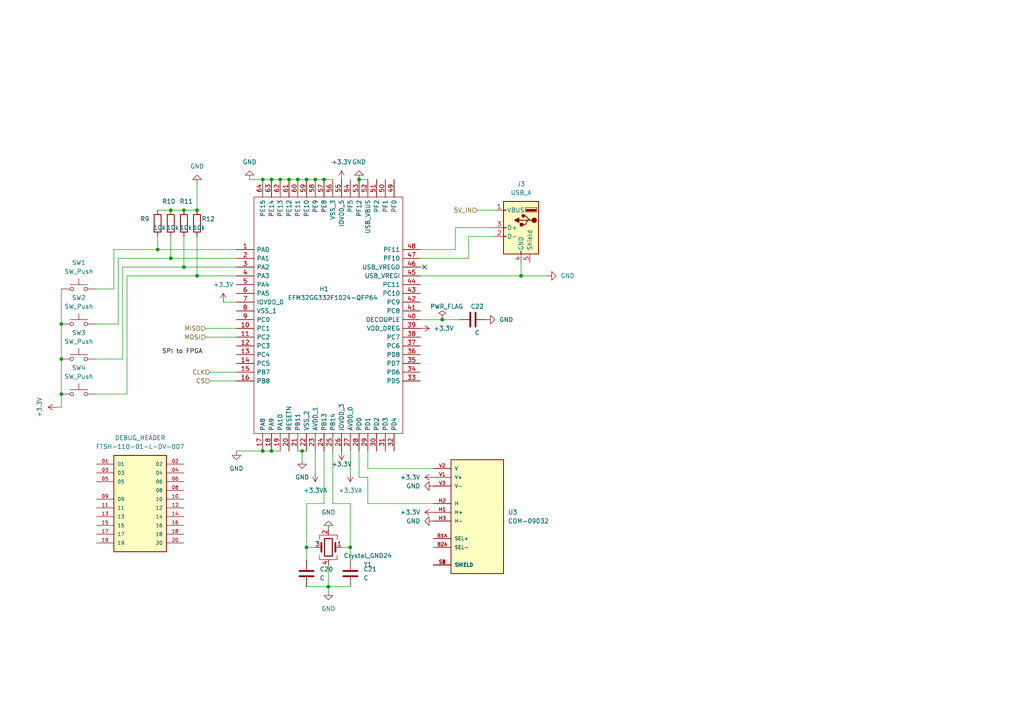
<source format=kicad_sch>
(kicad_sch (version 20230121) (generator eeschema)
  (paper "A4")
  (lib_symbols
    (symbol "COM-09032:COM-09032" (pin_names (offset 1.016))
      (property "Reference" "U" (at -7.62 16.002 0))
      (property "Value" "COM-09032" (at -7.62 -20.32 0))
      (symbol "COM-09032_0_0"
        (rectangle (start -7.62 -17.78) (end 7.62 15.24) (stroke (width 0.254)) (fill (type background)))
        (pin passive line (at -12.7 -7.62 0) (length 5.08) (name "SEL+") (number "B1A"))
        (pin passive line (at -12.7 -10.16 0) (length 5.08) (name "SEL-") (number "B2A"))
        (pin passive line (at -12.7 0 0) (length 5.08) (name "H+") (number "H1"))
        (pin passive line (at -12.7 2.54 0) (length 5.08) (name "H") (number "H2"))
        (pin passive line (at -12.7 -2.54 0) (length 5.08) (name "H-") (number "H3"))
        (pin passive line (at -12.7 -15.24 0) (length 5.08) (name "SHIELD") (number "S1"))
        (pin passive line (at -12.7 -15.24 0) (length 5.08) (name "SHIELD") (number "S2"))
        (pin passive line (at -12.7 -15.24 0) (length 5.08) (name "SHIELD") (number "S3"))
        (pin passive line (at -12.7 -15.24 0) (length 5.08) (name "SHIELD") (number "S4"))
        (pin passive line (at -12.7 10.16 0) (length 5.08) (name "V+") (number "V1"))
        (pin passive line (at -12.7 12.7 0) (length 5.08) (name "V") (number "V2"))
        (pin passive line (at -12.7 7.62 0) (length 5.08) (name "V-") (number "V3"))
      )
    )
    (symbol "Connector:USB_A" (pin_names (offset 1.016))
      (property "Reference" "J" (at -5.08 11.43 0))
      (property "Value" "USB_A" (at -5.08 8.89 0))
      (symbol "USB_A_0_1"
        (rectangle (start -5.08 -7.62) (end 5.08 7.62) (stroke (width 0.254)) (fill (type background)))
        (circle (center -3.81 2.159) (radius 0.635) (stroke (width 0.254)) (fill (type outline)))
        (rectangle (start -1.524 4.826) (end -4.318 5.334) (fill (type outline)))
        (rectangle (start -1.27 4.572) (end -4.572 5.842))
        (circle (center -0.635 3.429) (radius 0.381) (stroke (width 0.254)) (fill (type outline)))
        (rectangle (start -0.127 -7.62) (end 0.127 -6.858))
        (polyline (pts (xy -3.175 2.159) (xy -2.54 2.159) (xy -1.27 3.429) (xy -0.635 3.429)) (stroke (width 0.254)))
        (polyline (pts (xy -2.54 2.159) (xy -1.905 2.159) (xy -1.27 0.889) (xy 0 0.889)) (stroke (width 0.254)))
        (polyline (pts (xy 0.635 2.794) (xy 0.635 1.524) (xy 1.905 2.159) (xy 0.635 2.794)) (stroke (width 0.254)) (fill (type outline)))
        (rectangle (start 0.254 1.27) (end -0.508 0.508) (stroke (width 0.254)) (fill (type outline)))
        (rectangle (start 5.08 -2.667) (end 4.318 -2.413))
        (rectangle (start 5.08 -0.127) (end 4.318 0.127))
        (rectangle (start 5.08 4.953) (end 4.318 5.207))
      )
      (symbol "USB_A_1_1"
        (polyline (pts (xy -1.905 2.159) (xy 0.635 2.159)) (stroke (width 0.254)))
        (pin power_in line (at 7.62 5.08 180) (length 2.54) (name "VBUS") (number "1"))
        (pin bidirectional line (at 7.62 -2.54 180) (length 2.54) (name "D-") (number "2"))
        (pin bidirectional line (at 7.62 0 180) (length 2.54) (name "D+") (number "3"))
        (pin power_in line (at 0 -10.16 90) (length 2.54) (name "GND") (number "4"))
        (pin passive line (at -2.54 -10.16 90) (length 2.54) (name "Shield") (number "5"))
      )
    )
    (symbol "Device:C" (pin_numbers hide) (pin_names (offset 0.254))
      (property "Reference" "C" (at 0.635 2.54 0))
      (property "Value" "C" (at 0.635 -2.54 0))
      (symbol "C_0_1"
        (polyline (pts (xy -2.032 -0.762) (xy 2.032 -0.762)) (stroke (width 0.508)))
        (polyline (pts (xy -2.032 0.762) (xy 2.032 0.762)) (stroke (width 0.508)))
      )
      (symbol "C_1_1"
        (pin passive line (at 0 3.81 270) (length 2.794) (name "~") (number "1"))
        (pin passive line (at 0 -3.81 90) (length 2.794) (name "~") (number "2"))
      )
    )
    (symbol "Device:Crystal_GND24" (pin_names (offset 1.016) hide)
      (property "Reference" "Y" (at 3.175 5.08 0))
      (property "Value" "Crystal_GND24" (at 3.175 3.175 0))
      (symbol "Crystal_GND24_0_1"
        (rectangle (start -1.143 2.54) (end 1.143 -2.54) (stroke (width 0.3048)))
        (polyline (pts (xy -2.54 0) (xy -2.032 0)))
        (polyline (pts (xy -2.032 -1.27) (xy -2.032 1.27)) (stroke (width 0.508)))
        (polyline (pts (xy 0 -3.81) (xy 0 -3.556)))
        (polyline (pts (xy 0 3.556) (xy 0 3.81)))
        (polyline (pts (xy 2.032 -1.27) (xy 2.032 1.27)) (stroke (width 0.508)))
        (polyline (pts (xy 2.032 0) (xy 2.54 0)))
        (polyline (pts (xy -2.54 -2.286) (xy -2.54 -3.556) (xy 2.54 -3.556) (xy 2.54 -2.286)))
        (polyline (pts (xy -2.54 2.286) (xy -2.54 3.556) (xy 2.54 3.556) (xy 2.54 2.286)))
      )
      (symbol "Crystal_GND24_1_1"
        (pin passive line (at -3.81 0 0) (length 1.27) (name "1") (number "1"))
        (pin passive line (at 0 5.08 270) (length 1.27) (name "2") (number "2"))
        (pin passive line (at 3.81 0 180) (length 1.27) (name "3") (number "3"))
        (pin passive line (at 0 -5.08 90) (length 1.27) (name "4") (number "4"))
      )
    )
    (symbol "Device:R" (pin_numbers hide) (pin_names (offset 0))
      (property "Reference" "R" (at 2.032 0 90))
      (property "Value" "R" (at 0 0 90))
      (symbol "R_0_1"
        (rectangle (start -1.016 -2.54) (end 1.016 2.54) (stroke (width 0.254)))
      )
      (symbol "R_1_1"
        (pin passive line (at 0 3.81 270) (length 1.27) (name "~") (number "1"))
        (pin passive line (at 0 -3.81 90) (length 1.27) (name "~") (number "2"))
      )
    )
    (symbol "EFM32GG332F1024-QFP64:EFM32GG332F1024-QFP64" (pin_names (offset 0.762))
      (property "Reference" "H" (at 49.53 20.32 0))
      (property "Value" "EFM32GG332F1024-QFP64" (at 49.53 17.78 0))
      (symbol "EFM32GG332F1024-QFP64_0_0"
        (pin bidirectional line (at 0 0 0) (length 5.08) (name "PA0") (number "1"))
        (pin bidirectional line (at 0 -22.86 0) (length 5.08) (name "PC1") (number "10"))
        (pin bidirectional line (at 0 -25.4 0) (length 5.08) (name "PC2") (number "11"))
        (pin bidirectional line (at 0 -27.94 0) (length 5.08) (name "PC3") (number "12"))
        (pin bidirectional line (at 0 -30.48 0) (length 5.08) (name "PC4") (number "13"))
        (pin bidirectional line (at 0 -33.02 0) (length 5.08) (name "PC5") (number "14"))
        (pin bidirectional line (at 0 -35.56 0) (length 5.08) (name "PB7") (number "15"))
        (pin bidirectional line (at 0 -38.1 0) (length 5.08) (name "PB8") (number "16"))
        (pin bidirectional line (at 7.62 -58.42 90) (length 5.08) (name "PA8") (number "17"))
        (pin bidirectional line (at 10.16 -58.42 90) (length 5.08) (name "PA9") (number "18"))
        (pin bidirectional line (at 12.7 -58.42 90) (length 5.08) (name "PA10") (number "19"))
        (pin bidirectional line (at 0 -2.54 0) (length 5.08) (name "PA1") (number "2"))
        (pin input line (at 15.24 -58.42 90) (length 5.08) (name "RESETN") (number "20"))
        (pin bidirectional line (at 17.78 -58.42 90) (length 5.08) (name "PB11") (number "21"))
        (pin power_in line (at 20.32 -58.42 90) (length 5.08) (name "VSS_2") (number "22"))
        (pin power_in line (at 22.86 -58.42 90) (length 5.08) (name "AVDD_1") (number "23"))
        (pin bidirectional line (at 25.4 -58.42 90) (length 5.08) (name "PB13") (number "24"))
        (pin bidirectional line (at 27.94 -58.42 90) (length 5.08) (name "PB14") (number "25"))
        (pin power_in line (at 30.48 -58.42 90) (length 5.08) (name "IOVDD_3") (number "26"))
        (pin power_in line (at 33.02 -58.42 90) (length 5.08) (name "AVDD_0") (number "27"))
        (pin bidirectional line (at 35.56 -58.42 90) (length 5.08) (name "PD0") (number "28"))
        (pin bidirectional line (at 38.1 -58.42 90) (length 5.08) (name "PD1") (number "29"))
        (pin bidirectional line (at 0 -5.08 0) (length 5.08) (name "PA2") (number "3"))
        (pin bidirectional line (at 40.64 -58.42 90) (length 5.08) (name "PD2") (number "30"))
        (pin bidirectional line (at 43.18 -58.42 90) (length 5.08) (name "PD3") (number "31"))
        (pin bidirectional line (at 45.72 -58.42 90) (length 5.08) (name "PD4") (number "32"))
        (pin bidirectional line (at 53.34 -38.1 180) (length 5.08) (name "PD5") (number "33"))
        (pin bidirectional line (at 53.34 -35.56 180) (length 5.08) (name "PD6") (number "34"))
        (pin bidirectional line (at 53.34 -33.02 180) (length 5.08) (name "PD7") (number "35"))
        (pin bidirectional line (at 53.34 -30.48 180) (length 5.08) (name "PD8") (number "36"))
        (pin bidirectional line (at 53.34 -27.94 180) (length 5.08) (name "PC6") (number "37"))
        (pin bidirectional line (at 53.34 -25.4 180) (length 5.08) (name "PC7") (number "38"))
        (pin power_in line (at 53.34 -22.86 180) (length 5.08) (name "VDD_DREG") (number "39"))
        (pin bidirectional line (at 0 -7.62 0) (length 5.08) (name "PA3") (number "4"))
        (pin output line (at 53.34 -20.32 180) (length 5.08) (name "DECOUPLE") (number "40"))
        (pin bidirectional line (at 53.34 -17.78 180) (length 5.08) (name "PC8") (number "41"))
        (pin bidirectional line (at 53.34 -15.24 180) (length 5.08) (name "PC9") (number "42"))
        (pin bidirectional line (at 53.34 -12.7 180) (length 5.08) (name "PC10") (number "43"))
        (pin bidirectional line (at 53.34 -10.16 180) (length 5.08) (name "PC11") (number "44"))
        (pin power_in line (at 53.34 -7.62 180) (length 5.08) (name "USB_VREGI") (number "45"))
        (pin power_in line (at 53.34 -5.08 180) (length 5.08) (name "USB_VREGO") (number "46"))
        (pin bidirectional line (at 53.34 -2.54 180) (length 5.08) (name "PF10") (number "47"))
        (pin bidirectional line (at 53.34 0 180) (length 5.08) (name "PF11") (number "48"))
        (pin bidirectional line (at 45.72 20.32 270) (length 5.08) (name "PF0") (number "49"))
        (pin bidirectional line (at 0 -10.16 0) (length 5.08) (name "PA4") (number "5"))
        (pin bidirectional line (at 43.18 20.32 270) (length 5.08) (name "PF1") (number "50"))
        (pin bidirectional line (at 40.64 20.32 270) (length 5.08) (name "PF2") (number "51"))
        (pin passive line (at 38.1 20.32 270) (length 5.08) (name "USB_VBUS") (number "52"))
        (pin bidirectional line (at 35.56 20.32 270) (length 5.08) (name "PF12") (number "53"))
        (pin bidirectional line (at 33.02 20.32 270) (length 5.08) (name "PF5") (number "54"))
        (pin power_in line (at 30.48 20.32 270) (length 5.08) (name "IOVDD_5") (number "55"))
        (pin power_in line (at 27.94 20.32 270) (length 5.08) (name "VSS_3") (number "56"))
        (pin bidirectional line (at 25.4 20.32 270) (length 5.08) (name "PE8") (number "57"))
        (pin bidirectional line (at 22.86 20.32 270) (length 5.08) (name "PE9") (number "58"))
        (pin bidirectional line (at 20.32 20.32 270) (length 5.08) (name "PE10") (number "59"))
        (pin bidirectional line (at 0 -12.7 0) (length 5.08) (name "PA5") (number "6"))
        (pin bidirectional line (at 17.78 20.32 270) (length 5.08) (name "PE11") (number "60"))
        (pin bidirectional line (at 15.24 20.32 270) (length 5.08) (name "PE12") (number "61"))
        (pin bidirectional line (at 12.7 20.32 270) (length 5.08) (name "PE13") (number "62"))
        (pin bidirectional line (at 10.16 20.32 270) (length 5.08) (name "PE14") (number "63"))
        (pin bidirectional line (at 7.62 20.32 270) (length 5.08) (name "PE15") (number "64"))
        (pin power_in line (at 0 -15.24 0) (length 5.08) (name "IOVDD_0") (number "7"))
        (pin power_in line (at 0 -17.78 0) (length 5.08) (name "VSS_1") (number "8"))
        (pin bidirectional line (at 0 -20.32 0) (length 5.08) (name "PC0") (number "9"))
      )
      (symbol "EFM32GG332F1024-QFP64_0_1"
        (polyline (pts (xy 5.08 15.24) (xy 48.26 15.24) (xy 48.26 -53.34) (xy 5.08 -53.34) (xy 5.08 15.24)) (stroke (width 0.1524)))
      )
    )
    (symbol "FTSH-110-01-L-DV-007:FTSH-110-01-L-DV-007" (pin_names (offset 1.016))
      (property "Reference" "J" (at -8.12 15.24 0))
      (property "Value" "FTSH-110-01-L-DV-007" (at -7.62 -15.24 0))
      (symbol "FTSH-110-01-L-DV-007_0_0"
        (rectangle (start -7.62 -12.7) (end 7.62 15.24) (stroke (width 0.254)) (fill (type background)))
        (pin passive line (at -12.7 12.7 0) (length 5.08) (name "01") (number "01"))
        (pin passive line (at 12.7 12.7 180) (length 5.08) (name "02") (number "02"))
        (pin passive line (at -12.7 10.16 0) (length 5.08) (name "03") (number "03"))
        (pin passive line (at 12.7 10.16 180) (length 5.08) (name "04") (number "04"))
        (pin passive line (at -12.7 7.62 0) (length 5.08) (name "05") (number "05"))
        (pin passive line (at 12.7 7.62 180) (length 5.08) (name "06") (number "06"))
        (pin passive line (at 12.7 5.08 180) (length 5.08) (name "08") (number "08"))
        (pin passive line (at -12.7 2.54 0) (length 5.08) (name "09") (number "09"))
        (pin passive line (at 12.7 2.54 180) (length 5.08) (name "10") (number "10"))
        (pin passive line (at -12.7 0 0) (length 5.08) (name "11") (number "11"))
        (pin passive line (at 12.7 0 180) (length 5.08) (name "12") (number "12"))
        (pin passive line (at -12.7 -2.54 0) (length 5.08) (name "13") (number "13"))
        (pin passive line (at 12.7 -2.54 180) (length 5.08) (name "14") (number "14"))
        (pin passive line (at -12.7 -5.08 0) (length 5.08) (name "15") (number "15"))
        (pin passive line (at 12.7 -5.08 180) (length 5.08) (name "16") (number "16"))
        (pin passive line (at -12.7 -7.62 0) (length 5.08) (name "17") (number "17"))
        (pin passive line (at 12.7 -7.62 180) (length 5.08) (name "18") (number "18"))
        (pin passive line (at -12.7 -10.16 0) (length 5.08) (name "19") (number "19"))
        (pin passive line (at 12.7 -10.16 180) (length 5.08) (name "20") (number "20"))
      )
    )
    (symbol "Switch:SW_Push" (pin_numbers hide) (pin_names (offset 1.016) hide)
      (property "Reference" "SW" (at 1.27 2.54 0))
      (property "Value" "SW_Push" (at 0 -1.524 0))
      (symbol "SW_Push_0_1"
        (circle (center -2.032 0) (radius 0.508))
        (polyline (pts (xy 0 1.27) (xy 0 3.048)))
        (polyline (pts (xy 2.54 1.27) (xy -2.54 1.27)))
        (circle (center 2.032 0) (radius 0.508))
        (pin passive line (at -5.08 0 0) (length 2.54) (name "1") (number "1"))
        (pin passive line (at 5.08 0 180) (length 2.54) (name "2") (number "2"))
      )
    )
    (symbol "power:+3.3V" (power) (pin_names (offset 0))
      (property "Value" "+3.3V" (at 0 3.556 0))
      (symbol "+3.3V_0_1"
        (polyline (pts (xy -0.762 1.27) (xy 0 2.54)))
        (polyline (pts (xy 0 0) (xy 0 2.54)))
        (polyline (pts (xy 0 2.54) (xy 0.762 1.27)))
      )
      (symbol "+3.3V_1_1"
        (pin power_in line (at 0 0 90) (length 0) hide (name "+3.3V") (number "1"))
      )
    )
    (symbol "power:+3.3VA" (power) (pin_names (offset 0))
      (property "Value" "+3.3VA" (at 0 3.556 0))
      (symbol "+3.3VA_0_1"
        (polyline (pts (xy -0.762 1.27) (xy 0 2.54)))
        (polyline (pts (xy 0 0) (xy 0 2.54)))
        (polyline (pts (xy 0 2.54) (xy 0.762 1.27)))
      )
      (symbol "+3.3VA_1_1"
        (pin power_in line (at 0 0 90) (length 0) hide (name "+3.3VA") (number "1"))
      )
    )
    (symbol "power:GND" (power) (pin_names (offset 0))
      (property "Value" "GND" (at 0 -3.81 0))
      (symbol "GND_0_1"
        (polyline (pts (xy 0 0) (xy 0 -1.27) (xy 1.27 -1.27) (xy 0 -2.54) (xy -1.27 -1.27) (xy 0 -1.27)))
      )
      (symbol "GND_1_1"
        (pin power_in line (at 0 0 270) (length 0) hide (name "GND") (number "1"))
      )
    )
    (symbol "power:PWR_FLAG" (power) (pin_numbers hide) (pin_names (offset 0) hide)
      (property "Value" "PWR_FLAG" (at 0 3.81 0))
      (symbol "PWR_FLAG_0_0"
        (pin power_out line (at 0 0 90) (length 0) (name "pwr") (number "1"))
      )
      (symbol "PWR_FLAG_0_1"
        (polyline (pts (xy 0 0) (xy 0 1.27) (xy -1.016 1.905) (xy 0 2.54) (xy 1.016 1.905) (xy 0 1.27)))
      )
    )
  )
  (junction (at 104.14 52.07))
  (junction (at 88.9 52.07))
  (junction (at 53.34 60.96))
  (junction (at 128.27 92.71))
  (junction (at 88.9 158.75))
  (junction (at 76.2 52.07))
  (junction (at 101.6 158.75))
  (junction (at 17.78 104.14))
  (junction (at 151.13 80.01))
  (junction (at 17.78 114.3))
  (junction (at 76.2 130.81))
  (junction (at 86.36 52.07))
  (junction (at 53.34 77.47))
  (junction (at 45.72 72.39))
  (junction (at 81.28 52.07))
  (junction (at 78.74 52.07))
  (junction (at 95.25 170.18))
  (junction (at 57.15 80.01))
  (junction (at 57.15 60.96))
  (junction (at 49.53 74.93))
  (junction (at 78.74 130.81))
  (junction (at 17.78 93.98))
  (junction (at 91.44 52.07))
  (junction (at 49.53 60.96))
  (junction (at 93.98 52.07))
  (junction (at 87.63 130.81))
  (junction (at 83.82 52.07))
  (no_connect (at 123.19 77.47))
  (wire (pts (xy 88.9 158.75) (xy 91.44 158.75)))
  (wire (pts (xy 78.74 130.81) (xy 81.28 130.81)))
  (wire (pts (xy 128.27 92.71) (xy 133.35 92.71)))
  (wire (pts (xy 76.2 130.81) (xy 78.74 130.81)))
  (wire (pts (xy 151.13 80.01) (xy 158.75 80.01)))
  (wire (pts (xy 36.83 80.01) (xy 57.15 80.01)))
  (wire (pts (xy 17.78 93.98) (xy 17.78 83.82)))
  (wire (pts (xy 121.92 72.39) (xy 132.08 72.39)))
  (wire (pts (xy 76.2 130.81) (xy 68.58 130.81)))
  (wire (pts (xy 101.6 146.05) (xy 96.52 146.05)))
  (wire (pts (xy 60.96 110.49) (xy 68.58 110.49)))
  (wire (pts (xy 49.53 74.93) (xy 68.58 74.93)))
  (wire (pts (xy 88.9 146.05) (xy 88.9 158.75)))
  (wire (pts (xy 36.83 80.01) (xy 36.83 114.3)))
  (wire (pts (xy 88.9 158.75) (xy 88.9 162.56)))
  (wire (pts (xy 17.78 118.11) (xy 16.51 118.11)))
  (wire (pts (xy 99.06 158.75) (xy 101.6 158.75)))
  (wire (pts (xy 34.29 93.98) (xy 27.94 93.98)))
  (wire (pts (xy 104.14 138.43) (xy 104.14 130.81)))
  (wire (pts (xy 35.56 104.14) (xy 27.94 104.14)))
  (wire (pts (xy 93.98 130.81) (xy 93.98 146.05)))
  (wire (pts (xy 86.36 52.07) (xy 83.82 52.07)))
  (wire (pts (xy 95.25 170.18) (xy 101.6 170.18)))
  (wire (pts (xy 125.73 146.05) (xy 106.68 146.05)))
  (wire (pts (xy 132.08 72.39) (xy 132.08 66.04)))
  (wire (pts (xy 95.25 171.45) (xy 95.25 170.18)))
  (wire (pts (xy 68.58 107.95) (xy 60.96 107.95)))
  (wire (pts (xy 132.08 66.04) (xy 143.51 66.04)))
  (wire (pts (xy 83.82 52.07) (xy 81.28 52.07)))
  (wire (pts (xy 88.9 170.18) (xy 95.25 170.18)))
  (wire (pts (xy 87.63 133.35) (xy 87.63 130.81)))
  (wire (pts (xy 45.72 68.58) (xy 45.72 72.39)))
  (wire (pts (xy 53.34 60.96) (xy 57.15 60.96)))
  (wire (pts (xy 49.53 60.96) (xy 53.34 60.96)))
  (wire (pts (xy 151.13 76.2) (xy 151.13 80.01)))
  (wire (pts (xy 35.56 77.47) (xy 53.34 77.47)))
  (wire (pts (xy 87.63 130.81) (xy 88.9 130.81)))
  (wire (pts (xy 17.78 114.3) (xy 17.78 104.14)))
  (wire (pts (xy 45.72 72.39) (xy 68.58 72.39)))
  (wire (pts (xy 91.44 52.07) (xy 88.9 52.07)))
  (wire (pts (xy 93.98 52.07) (xy 91.44 52.07)))
  (wire (pts (xy 138.43 60.96) (xy 143.51 60.96)))
  (wire (pts (xy 135.89 74.93) (xy 135.89 68.58)))
  (wire (pts (xy 27.94 83.82) (xy 33.02 83.82)))
  (wire (pts (xy 17.78 104.14) (xy 17.78 93.98)))
  (wire (pts (xy 96.52 146.05) (xy 96.52 130.81)))
  (wire (pts (xy 106.68 138.43) (xy 104.14 138.43)))
  (wire (pts (xy 86.36 130.81) (xy 87.63 130.81)))
  (wire (pts (xy 123.19 77.47) (xy 121.92 77.47)))
  (wire (pts (xy 88.9 52.07) (xy 86.36 52.07)))
  (wire (pts (xy 64.77 87.63) (xy 68.58 87.63)))
  (wire (pts (xy 68.58 97.79) (xy 59.69 97.79)))
  (wire (pts (xy 68.58 80.01) (xy 57.15 80.01)))
  (wire (pts (xy 121.92 92.71) (xy 128.27 92.71)))
  (wire (pts (xy 121.92 80.01) (xy 151.13 80.01)))
  (wire (pts (xy 34.29 74.93) (xy 34.29 93.98)))
  (wire (pts (xy 88.9 146.05) (xy 93.98 146.05)))
  (wire (pts (xy 68.58 95.25) (xy 59.69 95.25)))
  (wire (pts (xy 101.6 146.05) (xy 101.6 158.75)))
  (wire (pts (xy 49.53 68.58) (xy 49.53 74.93)))
  (wire (pts (xy 104.14 52.07) (xy 106.68 52.07)))
  (wire (pts (xy 95.25 163.83) (xy 95.25 170.18)))
  (wire (pts (xy 35.56 77.47) (xy 35.56 104.14)))
  (wire (pts (xy 68.58 77.47) (xy 53.34 77.47)))
  (wire (pts (xy 17.78 118.11) (xy 17.78 114.3)))
  (wire (pts (xy 93.98 52.07) (xy 96.52 52.07)))
  (wire (pts (xy 45.72 60.96) (xy 49.53 60.96)))
  (wire (pts (xy 106.68 146.05) (xy 106.68 138.43)))
  (wire (pts (xy 101.6 130.81) (xy 101.6 137.16)))
  (wire (pts (xy 106.68 135.89) (xy 106.68 130.81)))
  (wire (pts (xy 121.92 74.93) (xy 135.89 74.93)))
  (wire (pts (xy 57.15 68.58) (xy 57.15 80.01)))
  (wire (pts (xy 53.34 68.58) (xy 53.34 77.47)))
  (wire (pts (xy 34.29 74.93) (xy 49.53 74.93)))
  (wire (pts (xy 78.74 52.07) (xy 76.2 52.07)))
  (wire (pts (xy 33.02 83.82) (xy 33.02 72.39)))
  (wire (pts (xy 135.89 68.58) (xy 143.51 68.58)))
  (wire (pts (xy 91.44 137.16) (xy 91.44 130.81)))
  (wire (pts (xy 72.39 52.07) (xy 76.2 52.07)))
  (wire (pts (xy 33.02 72.39) (xy 45.72 72.39)))
  (wire (pts (xy 101.6 158.75) (xy 101.6 162.56)))
  (wire (pts (xy 81.28 52.07) (xy 78.74 52.07)))
  (wire (pts (xy 57.15 53.34) (xy 57.15 60.96)))
  (wire (pts (xy 36.83 114.3) (xy 27.94 114.3)))
  (wire (pts (xy 125.73 135.89) (xy 106.68 135.89)))
  (label "SPI to FPGA" (at 46.99 102.87 0))
  (hierarchical_label "MISO" (shape input) (at 59.69 95.25 180))
  (hierarchical_label "MOSI" (shape input) (at 59.69 97.79 180))
  (hierarchical_label "5V_IN" (shape input) (at 138.43 60.96 180))
  (hierarchical_label "CS" (shape input) (at 60.96 110.49 180))
  (hierarchical_label "CLK" (shape input) (at 60.96 107.95 180))
  (symbol (lib_id "FTSH-110-01-L-DV-007:FTSH-110-01-L-DV-007") (at 40.64 147.32 0) (unit 1)
    (property "Reference" "DEBUG_HEADER" (at 40.64 127 0))
    (property "Value" "FTSH-110-01-L-DV-007" (at 40.64 129.54 0))
    (property "Footprint" "FTSH-110-01-L-DV-007:SAMTEC_FTSH-110-01-L-DV-007" (effects hide))
    (property "MF" "Samtec" (effects hide))
    (property "Description" "\nConnector Header Surface Mount 20 position 0.050 (1.27mm)\n" (effects hide))
    (property "Package" "None" (effects hide))
    (property "Price" "None" (effects hide))
    (property "Check_prices" "https://www.snapeda.com/parts/FTSH-110-01-L-DV-007-K/Samtec+Inc./view-part/?ref=eda" (effects hide))
    (property "STANDARD" "Manufacturer Recommendations" (effects hide))
    (property "PARTREV" "R" (effects hide))
    (property "SnapEDA_Link" "https://www.snapeda.com/parts/FTSH-110-01-L-DV-007-K/Samtec+Inc./view-part/?ref=snap" (effects hide))
    (property "MP" "FTSH-110-01-L-DV-007-K" (effects hide))
    (property "Purchase-URL" "https://www.snapeda.com/api/url_track_click_mouser/?unipart_id=1470079&manufacturer=Samtec&part_name=FTSH-110-01-L-DV-007-K&search_term=None" (effects hide))
    (property "Availability" "In Stock" (effects hide))
    (property "MANUFACTURER" "Samtec" (effects hide))
  )
  (symbol (lib_id "power:GND") (at 104.14 52.07 0) (mirror x) (unit 1)
    (property "Reference" "#PWR09" (effects hide))
    (property "Value" "GND" (at 104.14 46.99 0))
  )
  (symbol (lib_id "power:+3.3V") (at 125.73 148.59 90) (unit 1)
    (property "Reference" "#PWR023" (effects hide))
    (property "Value" "+3.3V" (at 121.92 148.59 90) (effects (justify left)))
  )
  (symbol (lib_id "Device:R") (at 49.53 64.77 0) (unit 1)
    (property "Reference" "R10" (at 46.99 58.42 0) (effects (justify left)))
    (property "Value" "10k" (at 48.26 66.04 0) (effects (justify left)))
  )
  (symbol (lib_id "Device:C") (at 137.16 92.71 90) (unit 1)
    (property "Reference" "C22" (at 138.43 88.9 90))
    (property "Value" "C" (at 138.43 96.52 90))
  )
  (symbol (lib_id "power:GND") (at 125.73 140.97 270) (unit 1)
    (property "Reference" "#PWR021" (effects hide))
    (property "Value" "GND" (at 121.92 140.97 90) (effects (justify right)))
  )
  (symbol (lib_id "Switch:SW_Push") (at 22.86 93.98 0) (unit 1)
    (property "Reference" "SW2" (at 22.86 86.36 0))
    (property "Value" "SW_Push" (at 22.86 88.9 0))
  )
  (symbol (lib_id "Device:R") (at 45.72 64.77 0) (unit 1)
    (property "Reference" "R9" (at 40.64 63.5 0) (effects (justify left)))
    (property "Value" "10k" (at 44.45 66.04 0) (effects (justify left)))
  )
  (symbol (lib_id "COM-09032:COM-09032") (at 138.43 148.59 0) (unit 1)
    (property "Reference" "U3" (at 147.32 148.59 0) (effects (justify left)))
    (property "Value" "COM-09032" (at 147.32 151.13 0) (effects (justify left)))
    (property "Footprint" "COM-09032:XDCR_COM-09032" (effects hide))
    (property "MF" "SparkFun Electronics" (effects hide))
    (property "MAXIMUM_PACKAGE_HEIGHT" "30.1mm" (effects hide))
    (property "Package" "Package" (effects hide))
    (property "Price" "None" (effects hide))
    (property "Check_prices" "https://www.snapeda.com/parts/COM-09032/SparkFun+Electronics/view-part/?ref=eda" (effects hide))
    (property "STANDARD" "Manufacturer Recommendations" (effects hide))
    (property "PARTREV" "N/A" (effects hide))
    (property "SnapEDA_Link" "https://www.snapeda.com/parts/COM-09032/SparkFun+Electronics/view-part/?ref=snap" (effects hide))
    (property "MP" "COM-09032" (effects hide))
    (property "Purchase-URL" "https://www.snapeda.com/api/url_track_click_mouser/?unipart_id=888157&manufacturer=SparkFun Electronics&part_name=COM-09032&search_term=None" (effects hide))
    (property "Description" "\nJoystick, 2 - Axis Analog (Resistive) Output\n" (effects hide))
    (property "Availability" "In Stock" (effects hide))
    (property "MANUFACTURER" "SparkFun Electronics" (effects hide))
  )
  (symbol (lib_id "power:GND") (at 158.75 80.01 90) (unit 1)
    (property "Reference" "#PWR010" (effects hide))
    (property "Value" "GND" (at 162.56 80.01 90) (effects (justify right)))
  )
  (symbol (lib_id "power:GND") (at 87.63 133.35 0) (unit 1)
    (property "Reference" "#PWR016" (effects hide))
    (property "Value" "GND" (at 87.63 138.43 0))
  )
  (symbol (lib_id "Switch:SW_Push") (at 22.86 83.82 0) (unit 1)
    (property "Reference" "SW1" (at 22.86 76.2 0))
    (property "Value" "SW_Push" (at 22.86 78.74 0))
  )
  (symbol (lib_id "Switch:SW_Push") (at 22.86 104.14 0) (unit 1)
    (property "Reference" "SW3" (at 22.86 96.52 0))
    (property "Value" "SW_Push" (at 22.86 99.06 0))
  )
  (symbol (lib_id "power:GND") (at 68.58 130.81 0) (unit 1)
    (property "Reference" "#PWR015" (effects hide))
    (property "Value" "GND" (at 68.58 135.89 0))
  )
  (symbol (lib_id "power:+3.3V") (at 121.92 95.25 270) (unit 1)
    (property "Reference" "#PWR011" (effects hide))
    (property "Value" "+3.3V" (at 125.73 95.25 90) (effects (justify left)))
  )
  (symbol (lib_id "power:GND") (at 140.97 92.71 90) (unit 1)
    (property "Reference" "#PWR019" (effects hide))
    (property "Value" "GND" (at 144.78 92.71 90) (effects (justify right)))
  )
  (symbol (lib_id "power:GND") (at 95.25 153.67 0) (mirror x) (unit 1)
    (property "Reference" "#PWR07" (effects hide))
    (property "Value" "GND" (at 95.25 148.59 0))
  )
  (symbol (lib_id "EFM32GG332F1024-QFP64:EFM32GG332F1024-QFP64") (at 68.58 72.39 0) (unit 1)
    (property "Reference" "H1" (at 93.98 83.82 0))
    (property "Value" "EFM32GG332F1024-QFP64" (at 96.52 86.36 0))
    (property "Datasheet" "https://www.silabs.com/products/mcu/32-bit/efm32-giant-gecko" (effects hide))
    (property "Description" "Silicon Labs EFM32GG332F1024-QFP64, 32bit ARM Cortex M3 Microcontroller, 48MHz, 1024 kB Flash, 64-Pin TQFP" (effects hide))
    (property "Height" "1.2" (effects hide))
    (property "Manufacturer_Name" "Silicon Labs" (effects hide))
    (property "Manufacturer_Part_Number" "EFM32GG332F1024-QFP64" (effects hide))
    (property "Mouser Part Number" "904-EFM32GG332F1024" (effects hide))
    (property "Mouser Price/Stock" "https://www.mouser.com/Search/Refine.aspx?Keyword=904-EFM32GG332F1024" (effects hide))
  )
  (symbol (lib_id "Device:R") (at 57.15 64.77 0) (unit 1)
    (property "Reference" "R12" (at 58.42 63.5 0) (effects (justify left)))
    (property "Value" "10k" (at 55.88 66.04 0) (effects (justify left)))
  )
  (symbol (lib_id "Connector:USB_A") (at 151.13 66.04 0) (mirror y) (unit 1)
    (property "Reference" "J3" (at 151.13 53.34 0))
    (property "Value" "USB_A" (at 151.13 55.88 0))
    (property "Datasheet" " ~" (effects hide))
  )
  (symbol (lib_id "Device:C") (at 88.9 166.37 0) (unit 1)
    (property "Reference" "C20" (at 92.71 165.1 0) (effects (justify left)))
    (property "Value" "C" (at 92.71 167.64 0) (effects (justify left)))
  )
  (symbol (lib_id "Device:C") (at 101.6 166.37 0) (unit 1)
    (property "Reference" "C21" (at 105.41 165.1 0) (effects (justify left)))
    (property "Value" "C" (at 105.41 167.64 0) (effects (justify left)))
  )
  (symbol (lib_id "Device:R") (at 53.34 64.77 0) (unit 1)
    (property "Reference" "R11" (at 52.07 58.42 0) (effects (justify left)))
    (property "Value" "10k" (at 52.07 66.04 0) (effects (justify left)))
  )
  (symbol (lib_id "Device:Crystal_GND24") (at 95.25 158.75 0) (mirror y) (unit 1)
    (property "Reference" "Y1" (at 106.68 163.7031 0))
    (property "Value" "Crystal_GND24" (at 106.68 161.1631 0))
  )
  (symbol (lib_id "power:+3.3VA") (at 101.6 137.16 0) (mirror x) (unit 1)
    (property "Reference" "#PWR017" (effects hide))
    (property "Value" "+3.3VA" (at 101.6 142.24 0))
  )
  (symbol (lib_id "power:+3.3V") (at 99.06 52.07 0) (unit 1)
    (property "Reference" "#PWR014" (effects hide))
    (property "Value" "+3.3V" (at 99.06 46.99 0))
  )
  (symbol (lib_id "power:+3.3VA") (at 91.44 137.16 0) (mirror x) (unit 1)
    (property "Reference" "#PWR018" (effects hide))
    (property "Value" "+3.3VA" (at 91.44 142.24 0))
  )
  (symbol (lib_id "power:+3.3V") (at 64.77 87.63 0) (mirror y) (unit 1)
    (property "Reference" "#PWR012" (effects hide))
    (property "Value" "+3.3V" (at 64.77 82.55 0))
  )
  (symbol (lib_id "Switch:SW_Push") (at 22.86 114.3 0) (unit 1)
    (property "Reference" "SW4" (at 22.86 106.68 0))
    (property "Value" "SW_Push" (at 22.86 109.22 0))
  )
  (symbol (lib_id "power:GND") (at 95.25 171.45 0) (unit 1)
    (property "Reference" "#PWR08" (effects hide))
    (property "Value" "GND" (at 95.25 176.53 0))
  )
  (symbol (lib_id "power:+3.3V") (at 125.73 138.43 90) (unit 1)
    (property "Reference" "#PWR022" (effects hide))
    (property "Value" "+3.3V" (at 121.92 138.43 90) (effects (justify left)))
  )
  (symbol (lib_id "power:GND") (at 125.73 151.13 270) (unit 1)
    (property "Reference" "#PWR020" (effects hide))
    (property "Value" "GND" (at 121.92 151.13 90) (effects (justify right)))
  )
  (symbol (lib_id "power:+3.3V") (at 16.51 118.11 90) (mirror x) (unit 1)
    (property "Reference" "#PWR024" (effects hide))
    (property "Value" "+3.3V" (at 11.43 118.11 0))
  )
  (symbol (lib_id "power:GND") (at 57.15 53.34 0) (mirror x) (unit 1)
    (property "Reference" "#PWR025" (effects hide))
    (property "Value" "GND" (at 57.15 48.26 0))
  )
  (symbol (lib_id "power:+3.3V") (at 99.06 130.81 0) (mirror x) (unit 1)
    (property "Reference" "#PWR013" (effects hide))
    (property "Value" "+3.3V" (at 99.06 134.62 0))
  )
  (symbol (lib_id "power:PWR_FLAG") (at 128.27 92.71 0) (unit 1)
    (property "Reference" "#FLG01" (effects hide))
    (property "Value" "PWR_FLAG" (at 129.54 88.9 0))
  )
  (symbol (lib_id "power:GND") (at 72.39 52.07 0) (mirror x) (unit 1)
    (property "Reference" "#PWR06" (effects hide))
    (property "Value" "GND" (at 72.39 46.99 0))
  )
)
</source>
